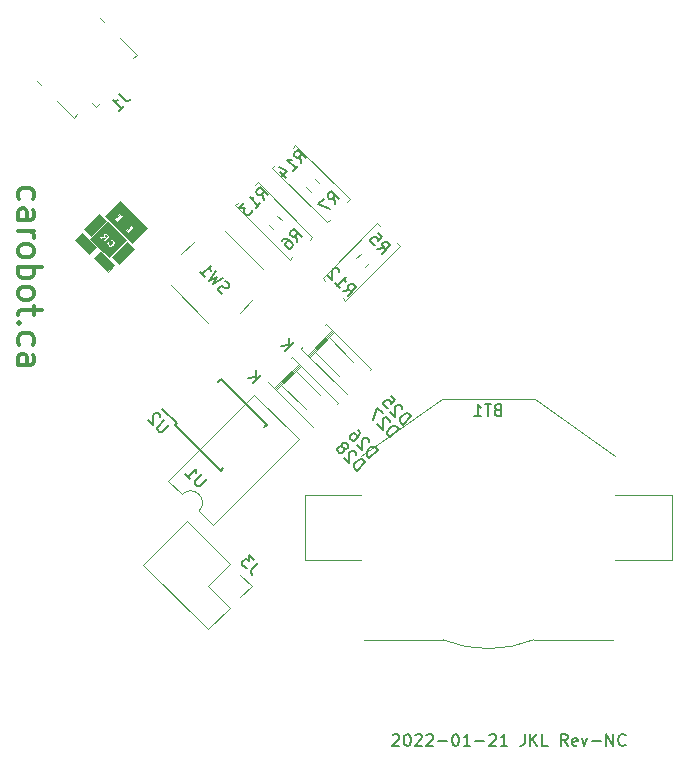
<source format=gbo>
G04 #@! TF.GenerationSoftware,KiCad,Pcbnew,5.1.7-a382d34a88~90~ubuntu20.04.1*
G04 #@! TF.CreationDate,2022-01-21T18:01:13-05:00*
G04 #@! TF.ProjectId,cr2022012001-12-leds-board,63723230-3232-4303-9132-3030312d3132,rev?*
G04 #@! TF.SameCoordinates,Original*
G04 #@! TF.FileFunction,Legend,Bot*
G04 #@! TF.FilePolarity,Positive*
%FSLAX46Y46*%
G04 Gerber Fmt 4.6, Leading zero omitted, Abs format (unit mm)*
G04 Created by KiCad (PCBNEW 5.1.7-a382d34a88~90~ubuntu20.04.1) date 2022-01-21 18:01:13*
%MOMM*%
%LPD*%
G01*
G04 APERTURE LIST*
%ADD10C,0.150000*%
%ADD11C,0.300000*%
%ADD12C,0.120000*%
%ADD13C,0.010000*%
G04 APERTURE END LIST*
D10*
X183531944Y-96581367D02*
X183579563Y-96533748D01*
X183674801Y-96486128D01*
X183912896Y-96486128D01*
X184008134Y-96533748D01*
X184055753Y-96581367D01*
X184103372Y-96676605D01*
X184103372Y-96771843D01*
X184055753Y-96914700D01*
X183484325Y-97486128D01*
X184103372Y-97486128D01*
X184722420Y-96486128D02*
X184817658Y-96486128D01*
X184912896Y-96533748D01*
X184960515Y-96581367D01*
X185008134Y-96676605D01*
X185055753Y-96867081D01*
X185055753Y-97105176D01*
X185008134Y-97295652D01*
X184960515Y-97390890D01*
X184912896Y-97438509D01*
X184817658Y-97486128D01*
X184722420Y-97486128D01*
X184627182Y-97438509D01*
X184579563Y-97390890D01*
X184531944Y-97295652D01*
X184484325Y-97105176D01*
X184484325Y-96867081D01*
X184531944Y-96676605D01*
X184579563Y-96581367D01*
X184627182Y-96533748D01*
X184722420Y-96486128D01*
X185436706Y-96581367D02*
X185484325Y-96533748D01*
X185579563Y-96486128D01*
X185817658Y-96486128D01*
X185912896Y-96533748D01*
X185960515Y-96581367D01*
X186008134Y-96676605D01*
X186008134Y-96771843D01*
X185960515Y-96914700D01*
X185389087Y-97486128D01*
X186008134Y-97486128D01*
X186389087Y-96581367D02*
X186436706Y-96533748D01*
X186531944Y-96486128D01*
X186770039Y-96486128D01*
X186865277Y-96533748D01*
X186912896Y-96581367D01*
X186960515Y-96676605D01*
X186960515Y-96771843D01*
X186912896Y-96914700D01*
X186341467Y-97486128D01*
X186960515Y-97486128D01*
X187389087Y-97105176D02*
X188150991Y-97105176D01*
X188817658Y-96486128D02*
X188912896Y-96486128D01*
X189008134Y-96533748D01*
X189055753Y-96581367D01*
X189103372Y-96676605D01*
X189150991Y-96867081D01*
X189150991Y-97105176D01*
X189103372Y-97295652D01*
X189055753Y-97390890D01*
X189008134Y-97438509D01*
X188912896Y-97486128D01*
X188817658Y-97486128D01*
X188722420Y-97438509D01*
X188674801Y-97390890D01*
X188627182Y-97295652D01*
X188579563Y-97105176D01*
X188579563Y-96867081D01*
X188627182Y-96676605D01*
X188674801Y-96581367D01*
X188722420Y-96533748D01*
X188817658Y-96486128D01*
X190103372Y-97486128D02*
X189531944Y-97486128D01*
X189817658Y-97486128D02*
X189817658Y-96486128D01*
X189722420Y-96628986D01*
X189627182Y-96724224D01*
X189531944Y-96771843D01*
X190531944Y-97105176D02*
X191293848Y-97105176D01*
X191722420Y-96581367D02*
X191770039Y-96533748D01*
X191865277Y-96486128D01*
X192103372Y-96486128D01*
X192198610Y-96533748D01*
X192246229Y-96581367D01*
X192293848Y-96676605D01*
X192293848Y-96771843D01*
X192246229Y-96914700D01*
X191674801Y-97486128D01*
X192293848Y-97486128D01*
X193246229Y-97486128D02*
X192674801Y-97486128D01*
X192960515Y-97486128D02*
X192960515Y-96486128D01*
X192865277Y-96628986D01*
X192770039Y-96724224D01*
X192674801Y-96771843D01*
X194722420Y-96486128D02*
X194722420Y-97200414D01*
X194674801Y-97343271D01*
X194579563Y-97438509D01*
X194436706Y-97486128D01*
X194341467Y-97486128D01*
X195198610Y-97486128D02*
X195198610Y-96486128D01*
X195770039Y-97486128D02*
X195341467Y-96914700D01*
X195770039Y-96486128D02*
X195198610Y-97057557D01*
X196674801Y-97486128D02*
X196198610Y-97486128D01*
X196198610Y-96486128D01*
X198341467Y-97486128D02*
X198008134Y-97009938D01*
X197770039Y-97486128D02*
X197770039Y-96486128D01*
X198150991Y-96486128D01*
X198246229Y-96533748D01*
X198293848Y-96581367D01*
X198341467Y-96676605D01*
X198341467Y-96819462D01*
X198293848Y-96914700D01*
X198246229Y-96962319D01*
X198150991Y-97009938D01*
X197770039Y-97009938D01*
X199150991Y-97438509D02*
X199055753Y-97486128D01*
X198865277Y-97486128D01*
X198770039Y-97438509D01*
X198722420Y-97343271D01*
X198722420Y-96962319D01*
X198770039Y-96867081D01*
X198865277Y-96819462D01*
X199055753Y-96819462D01*
X199150991Y-96867081D01*
X199198610Y-96962319D01*
X199198610Y-97057557D01*
X198722420Y-97152795D01*
X199531944Y-96819462D02*
X199770039Y-97486128D01*
X200008134Y-96819462D01*
X200389087Y-97105176D02*
X201150991Y-97105176D01*
X201627182Y-97486128D02*
X201627182Y-96486128D01*
X202198610Y-97486128D01*
X202198610Y-96486128D01*
X203246229Y-97390890D02*
X203198610Y-97438509D01*
X203055753Y-97486128D01*
X202960515Y-97486128D01*
X202817658Y-97438509D01*
X202722420Y-97343271D01*
X202674801Y-97248033D01*
X202627182Y-97057557D01*
X202627182Y-96914700D01*
X202674801Y-96724224D01*
X202722420Y-96628986D01*
X202817658Y-96533748D01*
X202960515Y-96486128D01*
X203055753Y-96486128D01*
X203198610Y-96533748D01*
X203246229Y-96581367D01*
D11*
X151920923Y-51217893D02*
X151825685Y-51027417D01*
X151825685Y-50646464D01*
X151920923Y-50455988D01*
X152016161Y-50360750D01*
X152206637Y-50265512D01*
X152778066Y-50265512D01*
X152968542Y-50360750D01*
X153063780Y-50455988D01*
X153159018Y-50646464D01*
X153159018Y-51027417D01*
X153063780Y-51217893D01*
X151825685Y-52932179D02*
X152873304Y-52932179D01*
X153063780Y-52836941D01*
X153159018Y-52646464D01*
X153159018Y-52265512D01*
X153063780Y-52075036D01*
X151920923Y-52932179D02*
X151825685Y-52741702D01*
X151825685Y-52265512D01*
X151920923Y-52075036D01*
X152111399Y-51979798D01*
X152301875Y-51979798D01*
X152492351Y-52075036D01*
X152587589Y-52265512D01*
X152587589Y-52741702D01*
X152682827Y-52932179D01*
X151825685Y-53884560D02*
X153159018Y-53884560D01*
X152778066Y-53884560D02*
X152968542Y-53979798D01*
X153063780Y-54075036D01*
X153159018Y-54265512D01*
X153159018Y-54455988D01*
X151825685Y-55408369D02*
X151920923Y-55217893D01*
X152016161Y-55122655D01*
X152206637Y-55027417D01*
X152778066Y-55027417D01*
X152968542Y-55122655D01*
X153063780Y-55217893D01*
X153159018Y-55408369D01*
X153159018Y-55694083D01*
X153063780Y-55884560D01*
X152968542Y-55979798D01*
X152778066Y-56075036D01*
X152206637Y-56075036D01*
X152016161Y-55979798D01*
X151920923Y-55884560D01*
X151825685Y-55694083D01*
X151825685Y-55408369D01*
X151825685Y-56932179D02*
X153825685Y-56932179D01*
X153063780Y-56932179D02*
X153159018Y-57122655D01*
X153159018Y-57503607D01*
X153063780Y-57694083D01*
X152968542Y-57789322D01*
X152778066Y-57884560D01*
X152206637Y-57884560D01*
X152016161Y-57789322D01*
X151920923Y-57694083D01*
X151825685Y-57503607D01*
X151825685Y-57122655D01*
X151920923Y-56932179D01*
X151825685Y-59027417D02*
X151920923Y-58836941D01*
X152016161Y-58741702D01*
X152206637Y-58646464D01*
X152778066Y-58646464D01*
X152968542Y-58741702D01*
X153063780Y-58836941D01*
X153159018Y-59027417D01*
X153159018Y-59313131D01*
X153063780Y-59503607D01*
X152968542Y-59598845D01*
X152778066Y-59694083D01*
X152206637Y-59694083D01*
X152016161Y-59598845D01*
X151920923Y-59503607D01*
X151825685Y-59313131D01*
X151825685Y-59027417D01*
X153159018Y-60265512D02*
X153159018Y-61027417D01*
X153825685Y-60551226D02*
X152111399Y-60551226D01*
X151920923Y-60646464D01*
X151825685Y-60836941D01*
X151825685Y-61027417D01*
X152016161Y-61694083D02*
X151920923Y-61789322D01*
X151825685Y-61694083D01*
X151920923Y-61598845D01*
X152016161Y-61694083D01*
X151825685Y-61694083D01*
X151920923Y-63503607D02*
X151825685Y-63313131D01*
X151825685Y-62932179D01*
X151920923Y-62741702D01*
X152016161Y-62646464D01*
X152206637Y-62551226D01*
X152778066Y-62551226D01*
X152968542Y-62646464D01*
X153063780Y-62741702D01*
X153159018Y-62932179D01*
X153159018Y-63313131D01*
X153063780Y-63503607D01*
X151825685Y-65217893D02*
X152873304Y-65217893D01*
X153063780Y-65122655D01*
X153159018Y-64932179D01*
X153159018Y-64551226D01*
X153063780Y-64360750D01*
X151920923Y-65217893D02*
X151825685Y-65027417D01*
X151825685Y-64551226D01*
X151920923Y-64360750D01*
X152111399Y-64265512D01*
X152301875Y-64265512D01*
X152492351Y-64360750D01*
X152587589Y-64551226D01*
X152587589Y-65027417D01*
X152682827Y-65217893D01*
D12*
X158110588Y-43037977D02*
X158428786Y-43356175D01*
X158746984Y-43037977D02*
X158428786Y-43356175D01*
X156533740Y-44289556D02*
X156830725Y-43992571D01*
X155133668Y-42889484D02*
X156533740Y-44289556D01*
X153457825Y-41213641D02*
X153740668Y-41496484D01*
X159058111Y-36179041D02*
X158775268Y-35896198D01*
X161851183Y-38972113D02*
X161554198Y-39269098D01*
X160451111Y-37572041D02*
X161851183Y-38972113D01*
D13*
G36*
X158218154Y-56215265D02*
G01*
X159387950Y-57385061D01*
X159966940Y-56806072D01*
X158797143Y-55636275D01*
X158218154Y-56215265D01*
G37*
X158218154Y-56215265D02*
X159387950Y-57385061D01*
X159966940Y-56806072D01*
X158797143Y-55636275D01*
X158218154Y-56215265D01*
G36*
X156670241Y-54667352D02*
G01*
X157840038Y-55837149D01*
X158419027Y-55258159D01*
X157249231Y-54088362D01*
X156670241Y-54667352D01*
G37*
X156670241Y-54667352D02*
X157840038Y-55837149D01*
X158419027Y-55258159D01*
X157249231Y-54088362D01*
X156670241Y-54667352D01*
G36*
X157946383Y-54549191D02*
G01*
X159506111Y-56108919D01*
X160181647Y-55433384D01*
X159874303Y-55126040D01*
X159796666Y-55182225D01*
X159708096Y-55218070D01*
X159621266Y-55228663D01*
X159541546Y-55214978D01*
X159466641Y-55174969D01*
X159393293Y-55106306D01*
X159366817Y-55071599D01*
X159127995Y-54832778D01*
X158974386Y-54679169D01*
X159069331Y-54584224D01*
X159115706Y-54537084D01*
X159141091Y-54507955D01*
X159148526Y-54491626D01*
X159141054Y-54482881D01*
X159130655Y-54479100D01*
X159099250Y-54479045D01*
X159046609Y-54488135D01*
X158983043Y-54504483D01*
X158970077Y-54508411D01*
X158843119Y-54547902D01*
X158666870Y-54371652D01*
X158786829Y-54332094D01*
X158851728Y-54312906D01*
X158909841Y-54299562D01*
X158949311Y-54294753D01*
X158951222Y-54294813D01*
X158977983Y-54294522D01*
X158991019Y-54284310D01*
X158995267Y-54255593D01*
X158995654Y-54217540D01*
X158999252Y-54163937D01*
X159014726Y-54125135D01*
X159049104Y-54084582D01*
X159054305Y-54079339D01*
X159098551Y-54040972D01*
X159137935Y-54023763D01*
X159172193Y-54020687D01*
X159209551Y-54024622D01*
X159247622Y-54038571D01*
X159291002Y-54065746D01*
X159344286Y-54109366D01*
X159412071Y-54172644D01*
X159467579Y-54227332D01*
X159600640Y-54360133D01*
X159127995Y-54832778D01*
X159366817Y-55071599D01*
X159325296Y-55017171D01*
X159306274Y-54965864D01*
X159301362Y-54898219D01*
X159310453Y-54828148D01*
X159327121Y-54780910D01*
X159338021Y-54758584D01*
X159348003Y-54745799D01*
X159363128Y-54743749D01*
X159389457Y-54753622D01*
X159433053Y-54776611D01*
X159499977Y-54813906D01*
X159502653Y-54815395D01*
X159515893Y-54839699D01*
X159505706Y-54881022D01*
X159496369Y-54937773D01*
X159512368Y-54987181D01*
X159547409Y-55022526D01*
X159595202Y-55037089D01*
X159642766Y-55027399D01*
X159703589Y-54988421D01*
X159754590Y-54934778D01*
X159786934Y-54876821D01*
X159793156Y-54851238D01*
X159786018Y-54793421D01*
X159754678Y-54748739D01*
X159706411Y-54724750D01*
X159670336Y-54723697D01*
X159639757Y-54725886D01*
X159617798Y-54717471D01*
X159595020Y-54692070D01*
X159570479Y-54656157D01*
X159545444Y-54612187D01*
X159533803Y-54578783D01*
X159535470Y-54567097D01*
X159570691Y-54549320D01*
X159625515Y-54538848D01*
X159686665Y-54536981D01*
X159740869Y-54545023D01*
X159745605Y-54546491D01*
X159815172Y-54583095D01*
X159884148Y-54642147D01*
X159943211Y-54713837D01*
X159983038Y-54788352D01*
X159987330Y-54800933D01*
X159997519Y-54886961D01*
X159979139Y-54973256D01*
X159936597Y-55054666D01*
X159874303Y-55126040D01*
X160181647Y-55433384D01*
X160959494Y-54655536D01*
X159399766Y-53095808D01*
X157946383Y-54549191D01*
G37*
X157946383Y-54549191D02*
X159506111Y-56108919D01*
X160181647Y-55433384D01*
X159874303Y-55126040D01*
X159796666Y-55182225D01*
X159708096Y-55218070D01*
X159621266Y-55228663D01*
X159541546Y-55214978D01*
X159466641Y-55174969D01*
X159393293Y-55106306D01*
X159366817Y-55071599D01*
X159127995Y-54832778D01*
X158974386Y-54679169D01*
X159069331Y-54584224D01*
X159115706Y-54537084D01*
X159141091Y-54507955D01*
X159148526Y-54491626D01*
X159141054Y-54482881D01*
X159130655Y-54479100D01*
X159099250Y-54479045D01*
X159046609Y-54488135D01*
X158983043Y-54504483D01*
X158970077Y-54508411D01*
X158843119Y-54547902D01*
X158666870Y-54371652D01*
X158786829Y-54332094D01*
X158851728Y-54312906D01*
X158909841Y-54299562D01*
X158949311Y-54294753D01*
X158951222Y-54294813D01*
X158977983Y-54294522D01*
X158991019Y-54284310D01*
X158995267Y-54255593D01*
X158995654Y-54217540D01*
X158999252Y-54163937D01*
X159014726Y-54125135D01*
X159049104Y-54084582D01*
X159054305Y-54079339D01*
X159098551Y-54040972D01*
X159137935Y-54023763D01*
X159172193Y-54020687D01*
X159209551Y-54024622D01*
X159247622Y-54038571D01*
X159291002Y-54065746D01*
X159344286Y-54109366D01*
X159412071Y-54172644D01*
X159467579Y-54227332D01*
X159600640Y-54360133D01*
X159127995Y-54832778D01*
X159366817Y-55071599D01*
X159325296Y-55017171D01*
X159306274Y-54965864D01*
X159301362Y-54898219D01*
X159310453Y-54828148D01*
X159327121Y-54780910D01*
X159338021Y-54758584D01*
X159348003Y-54745799D01*
X159363128Y-54743749D01*
X159389457Y-54753622D01*
X159433053Y-54776611D01*
X159499977Y-54813906D01*
X159502653Y-54815395D01*
X159515893Y-54839699D01*
X159505706Y-54881022D01*
X159496369Y-54937773D01*
X159512368Y-54987181D01*
X159547409Y-55022526D01*
X159595202Y-55037089D01*
X159642766Y-55027399D01*
X159703589Y-54988421D01*
X159754590Y-54934778D01*
X159786934Y-54876821D01*
X159793156Y-54851238D01*
X159786018Y-54793421D01*
X159754678Y-54748739D01*
X159706411Y-54724750D01*
X159670336Y-54723697D01*
X159639757Y-54725886D01*
X159617798Y-54717471D01*
X159595020Y-54692070D01*
X159570479Y-54656157D01*
X159545444Y-54612187D01*
X159533803Y-54578783D01*
X159535470Y-54567097D01*
X159570691Y-54549320D01*
X159625515Y-54538848D01*
X159686665Y-54536981D01*
X159740869Y-54545023D01*
X159745605Y-54546491D01*
X159815172Y-54583095D01*
X159884148Y-54642147D01*
X159943211Y-54713837D01*
X159983038Y-54788352D01*
X159987330Y-54800933D01*
X159997519Y-54886961D01*
X159979139Y-54973256D01*
X159936597Y-55054666D01*
X159874303Y-55126040D01*
X160181647Y-55433384D01*
X160959494Y-54655536D01*
X159399766Y-53095808D01*
X157946383Y-54549191D01*
G36*
X159754250Y-56097104D02*
G01*
X160345056Y-56687910D01*
X161609382Y-55423584D01*
X161018576Y-54832778D01*
X159754250Y-56097104D01*
G37*
X159754250Y-56097104D02*
X160345056Y-56687910D01*
X161609382Y-55423584D01*
X161018576Y-54832778D01*
X159754250Y-56097104D01*
G36*
X157367392Y-53710246D02*
G01*
X157958199Y-54301053D01*
X159222525Y-53036727D01*
X158631718Y-52445920D01*
X157367392Y-53710246D01*
G37*
X157367392Y-53710246D02*
X157958199Y-54301053D01*
X159222525Y-53036727D01*
X158631718Y-52445920D01*
X157367392Y-53710246D01*
G36*
X159139812Y-52599530D02*
G01*
X161455772Y-54915491D01*
X162200188Y-54171075D01*
X161633014Y-53603901D01*
X161160369Y-54076546D01*
X160935863Y-53852040D01*
X161408508Y-53379395D01*
X160675908Y-52646795D01*
X160203263Y-53119440D01*
X159978756Y-52894933D01*
X160451401Y-52422288D01*
X160675908Y-52646795D01*
X161408508Y-53379395D01*
X161633014Y-53603901D01*
X162200188Y-54171075D01*
X162731913Y-53639350D01*
X160415953Y-51323389D01*
X159139812Y-52599530D01*
G37*
X159139812Y-52599530D02*
X161455772Y-54915491D01*
X162200188Y-54171075D01*
X161633014Y-53603901D01*
X161160369Y-54076546D01*
X160935863Y-53852040D01*
X161408508Y-53379395D01*
X160675908Y-52646795D01*
X160203263Y-53119440D01*
X159978756Y-52894933D01*
X160451401Y-52422288D01*
X160675908Y-52646795D01*
X161408508Y-53379395D01*
X161633014Y-53603901D01*
X162200188Y-54171075D01*
X162731913Y-53639350D01*
X160415953Y-51323389D01*
X159139812Y-52599530D01*
G36*
X159257988Y-54239375D02*
G01*
X159220417Y-54230435D01*
X159198043Y-54242821D01*
X159184748Y-54277499D01*
X159196282Y-54322334D01*
X159227655Y-54365265D01*
X159251090Y-54382781D01*
X159273017Y-54377629D01*
X159299329Y-54354225D01*
X159325127Y-54324414D01*
X159326541Y-54303020D01*
X159306204Y-54278387D01*
X159257988Y-54239375D01*
G37*
X159257988Y-54239375D02*
X159220417Y-54230435D01*
X159198043Y-54242821D01*
X159184748Y-54277499D01*
X159196282Y-54322334D01*
X159227655Y-54365265D01*
X159251090Y-54382781D01*
X159273017Y-54377629D01*
X159299329Y-54354225D01*
X159325127Y-54324414D01*
X159326541Y-54303020D01*
X159306204Y-54278387D01*
X159257988Y-54239375D01*
D10*
X165235631Y-70174298D02*
X163998194Y-68936861D01*
X168986833Y-66423096D02*
X172875920Y-70312183D01*
X165090674Y-70319255D02*
X168979761Y-74208342D01*
X168986833Y-66423096D02*
X168774700Y-66635228D01*
X172875920Y-70312183D02*
X172663788Y-70524316D01*
X168979761Y-74208342D02*
X169191894Y-73996210D01*
X165090674Y-70319255D02*
X165235631Y-70174298D01*
D12*
X176961424Y-49461567D02*
X177321658Y-49821801D01*
X176222498Y-50200493D02*
X176582732Y-50560727D01*
X173400751Y-53742708D02*
X173040517Y-53382474D01*
X174139677Y-53003782D02*
X173779443Y-52643548D01*
X180465139Y-56185762D02*
X180825373Y-55825528D01*
X181204065Y-56924688D02*
X181564299Y-56564454D01*
X170641462Y-84892725D02*
X171581914Y-83952273D01*
X171581914Y-83952273D02*
X170641462Y-83011821D01*
X169743436Y-85790751D02*
X167904959Y-83952273D01*
X167904959Y-83952273D02*
X169743436Y-82113795D01*
X169743436Y-82113795D02*
X166108908Y-78479267D01*
X162431952Y-82156222D02*
X166108908Y-78479267D01*
X167904959Y-87629228D02*
X162431952Y-82156222D01*
X167904959Y-87629228D02*
X169743436Y-85790751D01*
X173519387Y-67222127D02*
X175598281Y-65143233D01*
X173689092Y-67391832D02*
X175767986Y-65312938D01*
X173604240Y-67306979D02*
X175683133Y-65228086D01*
X178893398Y-68438350D02*
X178801474Y-68530274D01*
X175046737Y-64591689D02*
X178893398Y-68438350D01*
X174954813Y-64683613D02*
X175046737Y-64591689D01*
X176814504Y-70517244D02*
X176906428Y-70425320D01*
X172967843Y-66670583D02*
X176814504Y-70517244D01*
X173059767Y-66578659D02*
X172967843Y-66670583D01*
X176347814Y-64393700D02*
X178426708Y-62314806D01*
X176517519Y-64563405D02*
X178596413Y-62484511D01*
X176432667Y-64478552D02*
X178511560Y-62399659D01*
X181721825Y-65609923D02*
X181629901Y-65701847D01*
X177875164Y-61763262D02*
X181721825Y-65609923D01*
X177783240Y-61855186D02*
X177875164Y-61763262D01*
X179642931Y-67688817D02*
X179734855Y-67596893D01*
X175796270Y-63842156D02*
X179642931Y-67688817D01*
X175888194Y-63750232D02*
X175796270Y-63842156D01*
X165712928Y-76188240D02*
X164546202Y-75021514D01*
X164546202Y-75021514D02*
X171815260Y-67752456D01*
X171815260Y-67752456D02*
X175562925Y-71500122D01*
X175562925Y-71500122D02*
X168293868Y-78769180D01*
X168293868Y-78769180D02*
X167127142Y-77602454D01*
X167127142Y-77602454D02*
G75*
G03*
X165712928Y-76188240I-707107J707107D01*
G01*
X167933243Y-61678410D02*
X164751262Y-58496429D01*
X171645554Y-59733866D02*
X170584893Y-60794526D01*
X169347456Y-53900235D02*
X172529437Y-57082215D01*
X165635146Y-55844779D02*
X166695806Y-54784118D01*
X173590098Y-48299949D02*
X173356752Y-48533294D01*
X173356752Y-48533294D02*
X177981231Y-53157772D01*
X177981231Y-53157772D02*
X178214576Y-52924427D01*
X175060880Y-46829167D02*
X175294225Y-46595821D01*
X175294225Y-46595821D02*
X179918703Y-51220300D01*
X179918703Y-51220300D02*
X179685358Y-51453645D01*
X176503377Y-54635625D02*
X176736723Y-54402280D01*
X176736723Y-54402280D02*
X172112244Y-49777802D01*
X172112244Y-49777802D02*
X171878899Y-50011147D01*
X175032595Y-56106407D02*
X174799250Y-56339753D01*
X174799250Y-56339753D02*
X170174772Y-51715274D01*
X170174772Y-51715274D02*
X170408117Y-51481929D01*
X179303521Y-59557088D02*
X179536866Y-59790434D01*
X179536866Y-59790434D02*
X184161344Y-55165955D01*
X184161344Y-55165955D02*
X183927999Y-54932610D01*
X177832739Y-58086306D02*
X177599393Y-57852961D01*
X177599393Y-57852961D02*
X182223872Y-53228483D01*
X182223872Y-53228483D02*
X182457217Y-53461828D01*
X173943650Y-66769578D02*
X175145732Y-65567496D01*
X175145732Y-65567496D02*
X177373118Y-67794883D01*
X173943650Y-66769578D02*
X176171037Y-68996964D01*
X176772078Y-63941151D02*
X177974160Y-62739069D01*
X177974160Y-62739069D02*
X180201546Y-64966456D01*
X176772078Y-63941151D02*
X178999465Y-66168537D01*
X207171320Y-81752525D02*
X202371320Y-81752525D01*
X207171320Y-76252525D02*
X207171320Y-81752525D01*
X202371320Y-76252525D02*
X207171320Y-76252525D01*
X176071320Y-76252525D02*
X180871320Y-76252525D01*
X176071320Y-81752525D02*
X176071320Y-76252525D01*
X180871320Y-81752525D02*
X176071320Y-81752525D01*
X202171320Y-88502525D02*
X195471320Y-88502525D01*
X181071320Y-88502525D02*
X187771320Y-88502525D01*
X195571320Y-68152525D02*
X202371320Y-72952525D01*
X187671320Y-68152525D02*
X195571320Y-68152525D01*
X180821320Y-72952525D02*
X187671320Y-68152525D01*
X187774935Y-88503989D02*
G75*
G03*
X195471320Y-88502525I3846385J9501464D01*
G01*
D10*
X160342015Y-42308983D02*
X160847091Y-42814059D01*
X160981778Y-42881403D01*
X161116465Y-42881403D01*
X161251152Y-42814059D01*
X161318495Y-42746716D01*
X160342015Y-43723197D02*
X160746076Y-43319136D01*
X160544045Y-43521166D02*
X159836938Y-42814059D01*
X160005297Y-42847731D01*
X160139984Y-42847731D01*
X160240999Y-42814059D01*
X164616576Y-70315213D02*
X164044156Y-70887633D01*
X163943141Y-70921305D01*
X163875797Y-70921305D01*
X163774782Y-70887633D01*
X163640095Y-70752946D01*
X163606423Y-70651931D01*
X163606423Y-70584587D01*
X163640095Y-70483572D01*
X164212515Y-69911152D01*
X163842125Y-69675450D02*
X163842125Y-69608107D01*
X163808454Y-69507091D01*
X163640095Y-69338733D01*
X163539080Y-69305061D01*
X163471736Y-69305061D01*
X163370721Y-69338733D01*
X163303377Y-69406076D01*
X163236034Y-69540763D01*
X163236034Y-70348885D01*
X162798301Y-69911152D01*
X175778761Y-48108692D02*
X175677746Y-47536273D01*
X176182822Y-47704631D02*
X175475715Y-46997525D01*
X175206341Y-47266899D01*
X175172669Y-47367914D01*
X175172669Y-47435257D01*
X175206341Y-47536273D01*
X175307356Y-47637288D01*
X175408372Y-47670960D01*
X175475715Y-47670960D01*
X175576730Y-47637288D01*
X175846104Y-47367914D01*
X175105326Y-48782128D02*
X175509387Y-48378067D01*
X175307356Y-48580097D02*
X174600249Y-47872990D01*
X174768608Y-47906662D01*
X174903295Y-47906662D01*
X175004311Y-47872990D01*
X174027830Y-48916815D02*
X174499234Y-49388219D01*
X173926814Y-48479082D02*
X174600249Y-48815799D01*
X174162517Y-49253532D01*
X172596780Y-51290673D02*
X172495765Y-50718254D01*
X173000841Y-50886612D02*
X172293734Y-50179506D01*
X172024360Y-50448880D01*
X171990688Y-50549895D01*
X171990688Y-50617238D01*
X172024360Y-50718254D01*
X172125375Y-50819269D01*
X172226391Y-50852941D01*
X172293734Y-50852941D01*
X172394749Y-50819269D01*
X172664123Y-50549895D01*
X171923345Y-51964109D02*
X172327406Y-51560048D01*
X172125375Y-51762078D02*
X171418268Y-51054971D01*
X171586627Y-51088643D01*
X171721314Y-51088643D01*
X171822330Y-51054971D01*
X170980536Y-51492704D02*
X170542803Y-51930437D01*
X171047879Y-51964109D01*
X170946864Y-52065124D01*
X170913192Y-52166139D01*
X170913192Y-52233483D01*
X170946864Y-52334498D01*
X171115223Y-52502857D01*
X171216238Y-52536528D01*
X171283581Y-52536528D01*
X171384597Y-52502857D01*
X171586627Y-52300826D01*
X171620299Y-52199811D01*
X171620299Y-52132467D01*
X179319767Y-58979197D02*
X179892186Y-58878182D01*
X179723828Y-59383258D02*
X180430934Y-58676151D01*
X180161560Y-58406777D01*
X180060545Y-58373105D01*
X179993202Y-58373105D01*
X179892186Y-58406777D01*
X179791171Y-58507792D01*
X179757499Y-58608808D01*
X179757499Y-58676151D01*
X179791171Y-58777166D01*
X180060545Y-59046540D01*
X178646331Y-58305762D02*
X179050392Y-58709823D01*
X178848362Y-58507792D02*
X179555469Y-57800685D01*
X179521797Y-57969044D01*
X179521797Y-58103731D01*
X179555469Y-58204746D01*
X179016721Y-57396624D02*
X179016721Y-57329281D01*
X178983049Y-57228266D01*
X178814690Y-57059907D01*
X178713675Y-57026235D01*
X178646331Y-57026235D01*
X178545316Y-57059907D01*
X178477973Y-57127250D01*
X178410629Y-57261937D01*
X178410629Y-58070059D01*
X177972896Y-57632327D01*
X172091704Y-82032983D02*
X171586628Y-82538059D01*
X171519284Y-82672746D01*
X171519284Y-82807433D01*
X171586628Y-82942120D01*
X171653971Y-83009463D01*
X171822330Y-81763609D02*
X171384597Y-81325876D01*
X171350925Y-81830952D01*
X171249910Y-81729937D01*
X171148895Y-81696265D01*
X171081551Y-81696265D01*
X170980536Y-81729937D01*
X170812177Y-81898296D01*
X170778506Y-81999311D01*
X170778506Y-82066654D01*
X170812177Y-82167670D01*
X171014208Y-82369700D01*
X171115223Y-82403372D01*
X171182567Y-82403372D01*
X180492806Y-74170629D02*
X181199912Y-73463522D01*
X181031554Y-73295163D01*
X180896867Y-73227820D01*
X180762180Y-73227820D01*
X180661164Y-73261492D01*
X180492806Y-73362507D01*
X180391790Y-73463522D01*
X180290775Y-73631881D01*
X180257103Y-73732896D01*
X180257103Y-73867583D01*
X180324447Y-74002270D01*
X180492806Y-74170629D01*
X180459134Y-72857430D02*
X180459134Y-72790087D01*
X180425462Y-72689072D01*
X180257103Y-72520713D01*
X180156088Y-72487041D01*
X180088745Y-72487041D01*
X179987729Y-72520713D01*
X179920386Y-72588056D01*
X179853042Y-72722743D01*
X179853042Y-73530866D01*
X179415309Y-73093133D01*
X179415309Y-72285011D02*
X179516325Y-72318682D01*
X179583668Y-72318682D01*
X179684683Y-72285011D01*
X179718355Y-72251339D01*
X179752027Y-72150324D01*
X179752027Y-72082980D01*
X179718355Y-71981965D01*
X179583668Y-71847278D01*
X179482653Y-71813606D01*
X179415309Y-71813606D01*
X179314294Y-71847278D01*
X179280622Y-71880950D01*
X179246951Y-71981965D01*
X179246951Y-72049308D01*
X179280622Y-72150324D01*
X179415309Y-72285011D01*
X179448981Y-72386026D01*
X179448981Y-72453369D01*
X179415309Y-72554385D01*
X179280622Y-72689072D01*
X179179607Y-72722743D01*
X179112264Y-72722743D01*
X179011248Y-72689072D01*
X178876561Y-72554385D01*
X178842890Y-72453369D01*
X178842890Y-72386026D01*
X178876561Y-72285011D01*
X179011248Y-72150324D01*
X179112264Y-72116652D01*
X179179607Y-72116652D01*
X179280622Y-72150324D01*
X171687642Y-66779680D02*
X172394749Y-66072573D01*
X171283581Y-66375619D02*
X171990688Y-66274603D01*
X171990688Y-65668512D02*
X171990688Y-66476634D01*
X183321233Y-71342202D02*
X184028339Y-70635095D01*
X183859981Y-70466736D01*
X183725294Y-70399393D01*
X183590607Y-70399393D01*
X183489591Y-70433065D01*
X183321233Y-70534080D01*
X183220217Y-70635095D01*
X183119202Y-70803454D01*
X183085530Y-70904469D01*
X183085530Y-71039156D01*
X183152874Y-71173843D01*
X183321233Y-71342202D01*
X183287561Y-70029003D02*
X183287561Y-69961660D01*
X183253889Y-69860645D01*
X183085530Y-69692286D01*
X182984515Y-69658614D01*
X182917172Y-69658614D01*
X182816156Y-69692286D01*
X182748813Y-69759629D01*
X182681469Y-69894316D01*
X182681469Y-70702439D01*
X182243736Y-70264706D01*
X182715141Y-69321897D02*
X182243736Y-68850492D01*
X181839675Y-69860645D01*
X174445359Y-64021963D02*
X175152466Y-63314856D01*
X174041298Y-63617902D02*
X174748405Y-63516886D01*
X174748405Y-62910795D02*
X174748405Y-63718917D01*
X167798556Y-74911406D02*
X167226136Y-75483826D01*
X167125121Y-75517498D01*
X167057777Y-75517498D01*
X166956762Y-75483826D01*
X166822075Y-75349139D01*
X166788403Y-75248124D01*
X166788403Y-75180780D01*
X166822075Y-75079765D01*
X167394495Y-74507345D01*
X165980281Y-74507345D02*
X166384342Y-74911406D01*
X166182312Y-74709376D02*
X166889418Y-74002269D01*
X166855747Y-74170628D01*
X166855747Y-74305315D01*
X166889418Y-74406330D01*
X169120172Y-59195117D02*
X168985485Y-59127774D01*
X168817126Y-58959415D01*
X168783454Y-58858400D01*
X168783454Y-58791056D01*
X168817126Y-58690041D01*
X168884469Y-58622698D01*
X168985485Y-58589026D01*
X169052828Y-58589026D01*
X169153843Y-58622698D01*
X169322202Y-58723713D01*
X169423217Y-58757385D01*
X169490561Y-58757385D01*
X169591576Y-58723713D01*
X169658920Y-58656369D01*
X169692591Y-58555354D01*
X169692591Y-58488011D01*
X169658920Y-58386995D01*
X169490561Y-58218637D01*
X169355874Y-58151293D01*
X169153843Y-57881919D02*
X168278378Y-58420667D01*
X168648767Y-57780904D01*
X168009004Y-58151293D01*
X168547752Y-57275828D01*
X167200882Y-57343171D02*
X167604943Y-57747232D01*
X167402912Y-57545202D02*
X168110019Y-56838095D01*
X168076347Y-57006454D01*
X168076347Y-57141141D01*
X168110019Y-57242156D01*
X178624024Y-51627391D02*
X178523009Y-51054971D01*
X179028085Y-51223330D02*
X178320979Y-50516223D01*
X178051604Y-50785597D01*
X178017933Y-50886612D01*
X178017933Y-50953956D01*
X178051604Y-51054971D01*
X178152620Y-51155986D01*
X178253635Y-51189658D01*
X178320979Y-51189658D01*
X178421994Y-51155986D01*
X178691368Y-50886612D01*
X177681215Y-51155986D02*
X177209811Y-51627391D01*
X178219963Y-52031452D01*
X175442043Y-54809371D02*
X175341028Y-54236951D01*
X175846104Y-54405310D02*
X175138998Y-53698203D01*
X174869623Y-53967577D01*
X174835952Y-54068592D01*
X174835952Y-54135936D01*
X174869623Y-54236951D01*
X174970639Y-54337966D01*
X175071654Y-54371638D01*
X175138998Y-54371638D01*
X175240013Y-54337966D01*
X175509387Y-54068592D01*
X174128845Y-54708356D02*
X174263532Y-54573669D01*
X174364547Y-54539997D01*
X174431891Y-54539997D01*
X174600249Y-54573669D01*
X174768608Y-54674684D01*
X175037982Y-54944058D01*
X175071654Y-55045073D01*
X175071654Y-55112417D01*
X175037982Y-55213432D01*
X174903295Y-55348119D01*
X174802280Y-55381791D01*
X174734936Y-55381791D01*
X174633921Y-55348119D01*
X174465562Y-55179760D01*
X174431891Y-55078745D01*
X174431891Y-55011402D01*
X174465562Y-54910386D01*
X174600249Y-54775699D01*
X174701265Y-54742028D01*
X174768608Y-54742028D01*
X174869623Y-54775699D01*
X182226902Y-55398626D02*
X182799322Y-55297611D01*
X182630963Y-55802687D02*
X183338070Y-55095581D01*
X183068696Y-54826206D01*
X182967681Y-54792535D01*
X182900337Y-54792535D01*
X182799322Y-54826206D01*
X182698307Y-54927222D01*
X182664635Y-55028237D01*
X182664635Y-55095581D01*
X182698307Y-55196596D01*
X182967681Y-55465970D01*
X182294245Y-54051756D02*
X182630963Y-54388474D01*
X182327917Y-54758863D01*
X182327917Y-54691519D01*
X182294245Y-54590504D01*
X182125887Y-54422145D01*
X182024871Y-54388474D01*
X181957528Y-54388474D01*
X181856513Y-54422145D01*
X181688154Y-54590504D01*
X181654482Y-54691519D01*
X181654482Y-54758863D01*
X181688154Y-54859878D01*
X181856513Y-55028237D01*
X181957528Y-55061909D01*
X182024871Y-55061909D01*
X181553466Y-73109968D02*
X182260572Y-72402861D01*
X182092214Y-72234502D01*
X181957527Y-72167159D01*
X181822840Y-72167159D01*
X181721824Y-72200831D01*
X181553466Y-72301846D01*
X181452450Y-72402861D01*
X181351435Y-72571220D01*
X181317763Y-72672235D01*
X181317763Y-72806922D01*
X181385107Y-72941609D01*
X181553466Y-73109968D01*
X181519794Y-71796769D02*
X181519794Y-71729426D01*
X181486122Y-71628411D01*
X181317763Y-71460052D01*
X181216748Y-71426380D01*
X181149405Y-71426380D01*
X181048389Y-71460052D01*
X180981046Y-71527395D01*
X180913702Y-71662082D01*
X180913702Y-72470205D01*
X180475969Y-72032472D01*
X180576985Y-70719273D02*
X180711672Y-70853960D01*
X180745343Y-70954976D01*
X180745343Y-71022319D01*
X180711672Y-71190678D01*
X180610656Y-71359037D01*
X180341282Y-71628411D01*
X180240267Y-71662082D01*
X180172924Y-71662082D01*
X180071908Y-71628411D01*
X179937221Y-71493724D01*
X179903550Y-71392708D01*
X179903550Y-71325365D01*
X179937221Y-71224350D01*
X180105580Y-71055991D01*
X180206595Y-71022319D01*
X180273939Y-71022319D01*
X180374954Y-71055991D01*
X180509641Y-71190678D01*
X180543313Y-71291693D01*
X180543313Y-71359037D01*
X180509641Y-71460052D01*
X184381894Y-70281541D02*
X185089000Y-69574434D01*
X184920642Y-69406075D01*
X184785955Y-69338732D01*
X184651268Y-69338732D01*
X184550252Y-69372404D01*
X184381894Y-69473419D01*
X184280878Y-69574434D01*
X184179863Y-69742793D01*
X184146191Y-69843808D01*
X184146191Y-69978495D01*
X184213535Y-70113182D01*
X184381894Y-70281541D01*
X184348222Y-68968342D02*
X184348222Y-68900999D01*
X184314550Y-68799984D01*
X184146191Y-68631625D01*
X184045176Y-68597953D01*
X183977833Y-68597953D01*
X183876817Y-68631625D01*
X183809474Y-68698968D01*
X183742130Y-68833655D01*
X183742130Y-69641778D01*
X183304397Y-69204045D01*
X183371741Y-67857175D02*
X183708458Y-68193892D01*
X183405413Y-68564281D01*
X183405413Y-68496938D01*
X183371741Y-68395923D01*
X183203382Y-68227564D01*
X183102367Y-68193892D01*
X183035023Y-68193892D01*
X182934008Y-68227564D01*
X182765649Y-68395923D01*
X182731978Y-68496938D01*
X182731978Y-68564281D01*
X182765649Y-68665297D01*
X182934008Y-68833655D01*
X183035023Y-68867327D01*
X183102367Y-68867327D01*
X192407034Y-69031601D02*
X192264177Y-69079220D01*
X192216558Y-69126839D01*
X192168939Y-69222077D01*
X192168939Y-69364934D01*
X192216558Y-69460172D01*
X192264177Y-69507791D01*
X192359415Y-69555410D01*
X192740367Y-69555410D01*
X192740367Y-68555410D01*
X192407034Y-68555410D01*
X192311796Y-68603030D01*
X192264177Y-68650649D01*
X192216558Y-68745887D01*
X192216558Y-68841125D01*
X192264177Y-68936363D01*
X192311796Y-68983982D01*
X192407034Y-69031601D01*
X192740367Y-69031601D01*
X191883224Y-68555410D02*
X191311796Y-68555410D01*
X191597510Y-69555410D02*
X191597510Y-68555410D01*
X190454653Y-69555410D02*
X191026081Y-69555410D01*
X190740367Y-69555410D02*
X190740367Y-68555410D01*
X190835605Y-68698268D01*
X190930843Y-68793506D01*
X191026081Y-68841125D01*
M02*

</source>
